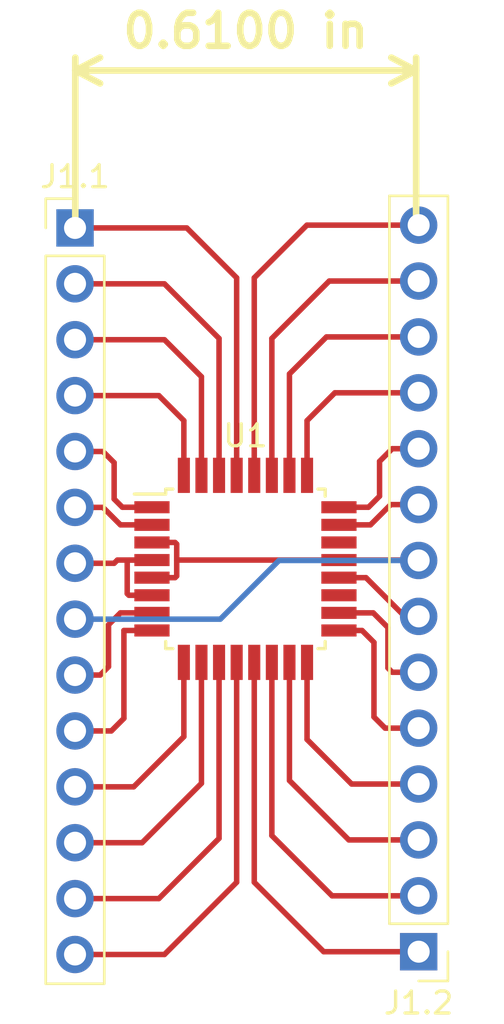
<source format=kicad_pcb>
(kicad_pcb (version 20171130) (host pcbnew "(5.0.0)")

  (general
    (thickness 1.6)
    (drawings 1)
    (tracks 107)
    (zones 0)
    (modules 3)
    (nets 30)
  )

  (page A4)
  (layers
    (0 F.Cu signal)
    (31 B.Cu signal)
    (32 B.Adhes user)
    (33 F.Adhes user)
    (34 B.Paste user)
    (35 F.Paste user)
    (36 B.SilkS user)
    (37 F.SilkS user)
    (38 B.Mask user)
    (39 F.Mask user)
    (40 Dwgs.User user)
    (41 Cmts.User user)
    (42 Eco1.User user)
    (43 Eco2.User user)
    (44 Edge.Cuts user)
    (45 Margin user)
    (46 B.CrtYd user)
    (47 F.CrtYd user)
    (48 B.Fab user)
    (49 F.Fab user)
  )

  (setup
    (last_trace_width 0.25)
    (trace_clearance 0.2)
    (zone_clearance 0.508)
    (zone_45_only no)
    (trace_min 0.2)
    (segment_width 0.2)
    (edge_width 0.15)
    (via_size 0.8)
    (via_drill 0.4)
    (via_min_size 0.4)
    (via_min_drill 0.3)
    (uvia_size 0.3)
    (uvia_drill 0.1)
    (uvias_allowed no)
    (uvia_min_size 0.2)
    (uvia_min_drill 0.1)
    (pcb_text_width 0.3)
    (pcb_text_size 1.5 1.5)
    (mod_edge_width 0.15)
    (mod_text_size 1 1)
    (mod_text_width 0.15)
    (pad_size 1.524 1.524)
    (pad_drill 0.762)
    (pad_to_mask_clearance 0.2)
    (aux_axis_origin 0 0)
    (visible_elements 7FFFFFFF)
    (pcbplotparams
      (layerselection 0x010fc_ffffffff)
      (usegerberextensions false)
      (usegerberattributes false)
      (usegerberadvancedattributes false)
      (creategerberjobfile false)
      (excludeedgelayer true)
      (linewidth 0.100000)
      (plotframeref false)
      (viasonmask false)
      (mode 1)
      (useauxorigin false)
      (hpglpennumber 1)
      (hpglpenspeed 20)
      (hpglpendiameter 15.000000)
      (psnegative false)
      (psa4output false)
      (plotreference true)
      (plotvalue true)
      (plotinvisibletext false)
      (padsonsilk false)
      (subtractmaskfromsilk false)
      (outputformat 1)
      (mirror false)
      (drillshape 1)
      (scaleselection 1)
      (outputdirectory ""))
  )

  (net 0 "")
  (net 1 "Net-(U1-Pad19)")
  (net 2 /AREF)
  (net 3 "Net-(U1-Pad22)")
  (net 4 /VCC)
  (net 5 /AVCC)
  (net 6 /PD3)
  (net 7 /PD4)
  (net 8 /PB6)
  (net 9 /PB7)
  (net 10 /PD5)
  (net 11 /PD6)
  (net 12 /PD7)
  (net 13 /PB0)
  (net 14 /PB1)
  (net 15 /PB2)
  (net 16 /PB3)
  (net 17 /PB4)
  (net 18 /PB5)
  (net 19 /PC0)
  (net 20 /PC1)
  (net 21 /PC2)
  (net 22 /PC3)
  (net 23 /PC4)
  (net 24 /PC5)
  (net 25 /PC6)
  (net 26 /PD0)
  (net 27 /PD1)
  (net 28 /PD2)
  (net 29 /GND)

  (net_class Default "This is the default net class."
    (clearance 0.2)
    (trace_width 0.25)
    (via_dia 0.8)
    (via_drill 0.4)
    (uvia_dia 0.3)
    (uvia_drill 0.1)
    (add_net /AREF)
    (add_net /AVCC)
    (add_net /GND)
    (add_net /PB0)
    (add_net /PB1)
    (add_net /PB2)
    (add_net /PB3)
    (add_net /PB4)
    (add_net /PB5)
    (add_net /PB6)
    (add_net /PB7)
    (add_net /PC0)
    (add_net /PC1)
    (add_net /PC2)
    (add_net /PC3)
    (add_net /PC4)
    (add_net /PC5)
    (add_net /PC6)
    (add_net /PD0)
    (add_net /PD1)
    (add_net /PD2)
    (add_net /PD3)
    (add_net /PD4)
    (add_net /PD5)
    (add_net /PD6)
    (add_net /PD7)
    (add_net /VCC)
    (add_net "Net-(U1-Pad19)")
    (add_net "Net-(U1-Pad22)")
  )

  (module Connector_PinHeader_2.54mm:PinHeader_1x14_P2.54mm_Vertical (layer F.Cu) (tedit 59FED5CC) (tstamp 5BD299E8)
    (at 152.527 124.46 180)
    (descr "Through hole straight pin header, 1x14, 2.54mm pitch, single row")
    (tags "Through hole pin header THT 1x14 2.54mm single row")
    (path /5BD4112F)
    (fp_text reference J1.2 (at 0 -2.33 180) (layer F.SilkS)
      (effects (font (size 1 1) (thickness 0.15)))
    )
    (fp_text value DIP_RIGHT (at 0 35.35 180) (layer F.Fab)
      (effects (font (size 1 1) (thickness 0.15)))
    )
    (fp_text user %R (at 0 16.51 270) (layer F.Fab)
      (effects (font (size 1 1) (thickness 0.15)))
    )
    (fp_line (start 1.8 -1.8) (end -1.8 -1.8) (layer F.CrtYd) (width 0.05))
    (fp_line (start 1.8 34.8) (end 1.8 -1.8) (layer F.CrtYd) (width 0.05))
    (fp_line (start -1.8 34.8) (end 1.8 34.8) (layer F.CrtYd) (width 0.05))
    (fp_line (start -1.8 -1.8) (end -1.8 34.8) (layer F.CrtYd) (width 0.05))
    (fp_line (start -1.33 -1.33) (end 0 -1.33) (layer F.SilkS) (width 0.12))
    (fp_line (start -1.33 0) (end -1.33 -1.33) (layer F.SilkS) (width 0.12))
    (fp_line (start -1.33 1.27) (end 1.33 1.27) (layer F.SilkS) (width 0.12))
    (fp_line (start 1.33 1.27) (end 1.33 34.35) (layer F.SilkS) (width 0.12))
    (fp_line (start -1.33 1.27) (end -1.33 34.35) (layer F.SilkS) (width 0.12))
    (fp_line (start -1.33 34.35) (end 1.33 34.35) (layer F.SilkS) (width 0.12))
    (fp_line (start -1.27 -0.635) (end -0.635 -1.27) (layer F.Fab) (width 0.1))
    (fp_line (start -1.27 34.29) (end -1.27 -0.635) (layer F.Fab) (width 0.1))
    (fp_line (start 1.27 34.29) (end -1.27 34.29) (layer F.Fab) (width 0.1))
    (fp_line (start 1.27 -1.27) (end 1.27 34.29) (layer F.Fab) (width 0.1))
    (fp_line (start -0.635 -1.27) (end 1.27 -1.27) (layer F.Fab) (width 0.1))
    (pad 14 thru_hole oval (at 0 33.02 180) (size 1.7 1.7) (drill 1) (layers *.Cu *.Mask)
      (net 24 /PC5))
    (pad 13 thru_hole oval (at 0 30.48 180) (size 1.7 1.7) (drill 1) (layers *.Cu *.Mask)
      (net 23 /PC4))
    (pad 12 thru_hole oval (at 0 27.94 180) (size 1.7 1.7) (drill 1) (layers *.Cu *.Mask)
      (net 22 /PC3))
    (pad 11 thru_hole oval (at 0 25.4 180) (size 1.7 1.7) (drill 1) (layers *.Cu *.Mask)
      (net 21 /PC2))
    (pad 10 thru_hole oval (at 0 22.86 180) (size 1.7 1.7) (drill 1) (layers *.Cu *.Mask)
      (net 20 /PC1))
    (pad 9 thru_hole oval (at 0 20.32 180) (size 1.7 1.7) (drill 1) (layers *.Cu *.Mask)
      (net 19 /PC0))
    (pad 8 thru_hole oval (at 0 17.78 180) (size 1.7 1.7) (drill 1) (layers *.Cu *.Mask)
      (net 29 /GND))
    (pad 7 thru_hole oval (at 0 15.24 180) (size 1.7 1.7) (drill 1) (layers *.Cu *.Mask)
      (net 2 /AREF))
    (pad 6 thru_hole oval (at 0 12.7 180) (size 1.7 1.7) (drill 1) (layers *.Cu *.Mask)
      (net 5 /AVCC))
    (pad 5 thru_hole oval (at 0 10.16 180) (size 1.7 1.7) (drill 1) (layers *.Cu *.Mask)
      (net 18 /PB5))
    (pad 4 thru_hole oval (at 0 7.62 180) (size 1.7 1.7) (drill 1) (layers *.Cu *.Mask)
      (net 17 /PB4))
    (pad 3 thru_hole oval (at 0 5.08 180) (size 1.7 1.7) (drill 1) (layers *.Cu *.Mask)
      (net 16 /PB3))
    (pad 2 thru_hole oval (at 0 2.54 180) (size 1.7 1.7) (drill 1) (layers *.Cu *.Mask)
      (net 15 /PB2))
    (pad 1 thru_hole rect (at 0 0 180) (size 1.7 1.7) (drill 1) (layers *.Cu *.Mask)
      (net 14 /PB1))
    (model ${KISYS3DMOD}/Connector_PinHeader_2.54mm.3dshapes/PinHeader_1x14_P2.54mm_Vertical.wrl
      (at (xyz 0 0 0))
      (scale (xyz 1 1 1))
      (rotate (xyz 0 0 0))
    )
  )

  (module Connector_PinHeader_2.54mm:PinHeader_1x14_P2.54mm_Vertical (layer F.Cu) (tedit 59FED5CC) (tstamp 5BD291A4)
    (at 136.906 91.567)
    (descr "Through hole straight pin header, 1x14, 2.54mm pitch, single row")
    (tags "Through hole pin header THT 1x14 2.54mm single row")
    (path /5BD41034)
    (fp_text reference J1.1 (at 0 -2.33) (layer F.SilkS)
      (effects (font (size 1 1) (thickness 0.15)))
    )
    (fp_text value DIP_LEFT (at 0 35.35) (layer F.Fab)
      (effects (font (size 1 1) (thickness 0.15)))
    )
    (fp_line (start -0.635 -1.27) (end 1.27 -1.27) (layer F.Fab) (width 0.1))
    (fp_line (start 1.27 -1.27) (end 1.27 34.29) (layer F.Fab) (width 0.1))
    (fp_line (start 1.27 34.29) (end -1.27 34.29) (layer F.Fab) (width 0.1))
    (fp_line (start -1.27 34.29) (end -1.27 -0.635) (layer F.Fab) (width 0.1))
    (fp_line (start -1.27 -0.635) (end -0.635 -1.27) (layer F.Fab) (width 0.1))
    (fp_line (start -1.33 34.35) (end 1.33 34.35) (layer F.SilkS) (width 0.12))
    (fp_line (start -1.33 1.27) (end -1.33 34.35) (layer F.SilkS) (width 0.12))
    (fp_line (start 1.33 1.27) (end 1.33 34.35) (layer F.SilkS) (width 0.12))
    (fp_line (start -1.33 1.27) (end 1.33 1.27) (layer F.SilkS) (width 0.12))
    (fp_line (start -1.33 0) (end -1.33 -1.33) (layer F.SilkS) (width 0.12))
    (fp_line (start -1.33 -1.33) (end 0 -1.33) (layer F.SilkS) (width 0.12))
    (fp_line (start -1.8 -1.8) (end -1.8 34.8) (layer F.CrtYd) (width 0.05))
    (fp_line (start -1.8 34.8) (end 1.8 34.8) (layer F.CrtYd) (width 0.05))
    (fp_line (start 1.8 34.8) (end 1.8 -1.8) (layer F.CrtYd) (width 0.05))
    (fp_line (start 1.8 -1.8) (end -1.8 -1.8) (layer F.CrtYd) (width 0.05))
    (fp_text user %R (at 0 16.51 90) (layer F.Fab)
      (effects (font (size 1 1) (thickness 0.15)))
    )
    (pad 1 thru_hole rect (at 0 0) (size 1.7 1.7) (drill 1) (layers *.Cu *.Mask)
      (net 25 /PC6))
    (pad 2 thru_hole oval (at 0 2.54) (size 1.7 1.7) (drill 1) (layers *.Cu *.Mask)
      (net 26 /PD0))
    (pad 3 thru_hole oval (at 0 5.08) (size 1.7 1.7) (drill 1) (layers *.Cu *.Mask)
      (net 27 /PD1))
    (pad 4 thru_hole oval (at 0 7.62) (size 1.7 1.7) (drill 1) (layers *.Cu *.Mask)
      (net 28 /PD2))
    (pad 5 thru_hole oval (at 0 10.16) (size 1.7 1.7) (drill 1) (layers *.Cu *.Mask)
      (net 6 /PD3))
    (pad 6 thru_hole oval (at 0 12.7) (size 1.7 1.7) (drill 1) (layers *.Cu *.Mask)
      (net 7 /PD4))
    (pad 7 thru_hole oval (at 0 15.24) (size 1.7 1.7) (drill 1) (layers *.Cu *.Mask)
      (net 4 /VCC))
    (pad 8 thru_hole oval (at 0 17.78) (size 1.7 1.7) (drill 1) (layers *.Cu *.Mask)
      (net 29 /GND))
    (pad 9 thru_hole oval (at 0 20.32) (size 1.7 1.7) (drill 1) (layers *.Cu *.Mask)
      (net 8 /PB6))
    (pad 10 thru_hole oval (at 0 22.86) (size 1.7 1.7) (drill 1) (layers *.Cu *.Mask)
      (net 9 /PB7))
    (pad 11 thru_hole oval (at 0 25.4) (size 1.7 1.7) (drill 1) (layers *.Cu *.Mask)
      (net 10 /PD5))
    (pad 12 thru_hole oval (at 0 27.94) (size 1.7 1.7) (drill 1) (layers *.Cu *.Mask)
      (net 11 /PD6))
    (pad 13 thru_hole oval (at 0 30.48) (size 1.7 1.7) (drill 1) (layers *.Cu *.Mask)
      (net 12 /PD7))
    (pad 14 thru_hole oval (at 0 33.02) (size 1.7 1.7) (drill 1) (layers *.Cu *.Mask)
      (net 13 /PB0))
    (model ${KISYS3DMOD}/Connector_PinHeader_2.54mm.3dshapes/PinHeader_1x14_P2.54mm_Vertical.wrl
      (at (xyz 0 0 0))
      (scale (xyz 1 1 1))
      (rotate (xyz 0 0 0))
    )
  )

  (module Package_QFP:TQFP-32_7x7mm_P0.8mm (layer F.Cu) (tedit 5A02F146) (tstamp 5BD29BF2)
    (at 144.653 107.061)
    (descr "32-Lead Plastic Thin Quad Flatpack (PT) - 7x7x1.0 mm Body, 2.00 mm [TQFP] (see Microchip Packaging Specification 00000049BS.pdf)")
    (tags "QFP 0.8")
    (path /5BD195D1)
    (attr smd)
    (fp_text reference U1 (at 0 -6.05) (layer F.SilkS)
      (effects (font (size 1 1) (thickness 0.15)))
    )
    (fp_text value ATmega328P-AU (at 0 6.05) (layer F.Fab)
      (effects (font (size 1 1) (thickness 0.15)))
    )
    (fp_text user %R (at 0 0) (layer F.Fab)
      (effects (font (size 1 1) (thickness 0.15)))
    )
    (fp_line (start -2.5 -3.5) (end 3.5 -3.5) (layer F.Fab) (width 0.15))
    (fp_line (start 3.5 -3.5) (end 3.5 3.5) (layer F.Fab) (width 0.15))
    (fp_line (start 3.5 3.5) (end -3.5 3.5) (layer F.Fab) (width 0.15))
    (fp_line (start -3.5 3.5) (end -3.5 -2.5) (layer F.Fab) (width 0.15))
    (fp_line (start -3.5 -2.5) (end -2.5 -3.5) (layer F.Fab) (width 0.15))
    (fp_line (start -5.3 -5.3) (end -5.3 5.3) (layer F.CrtYd) (width 0.05))
    (fp_line (start 5.3 -5.3) (end 5.3 5.3) (layer F.CrtYd) (width 0.05))
    (fp_line (start -5.3 -5.3) (end 5.3 -5.3) (layer F.CrtYd) (width 0.05))
    (fp_line (start -5.3 5.3) (end 5.3 5.3) (layer F.CrtYd) (width 0.05))
    (fp_line (start -3.625 -3.625) (end -3.625 -3.4) (layer F.SilkS) (width 0.15))
    (fp_line (start 3.625 -3.625) (end 3.625 -3.3) (layer F.SilkS) (width 0.15))
    (fp_line (start 3.625 3.625) (end 3.625 3.3) (layer F.SilkS) (width 0.15))
    (fp_line (start -3.625 3.625) (end -3.625 3.3) (layer F.SilkS) (width 0.15))
    (fp_line (start -3.625 -3.625) (end -3.3 -3.625) (layer F.SilkS) (width 0.15))
    (fp_line (start -3.625 3.625) (end -3.3 3.625) (layer F.SilkS) (width 0.15))
    (fp_line (start 3.625 3.625) (end 3.3 3.625) (layer F.SilkS) (width 0.15))
    (fp_line (start 3.625 -3.625) (end 3.3 -3.625) (layer F.SilkS) (width 0.15))
    (fp_line (start -3.625 -3.4) (end -5.05 -3.4) (layer F.SilkS) (width 0.15))
    (pad 1 smd rect (at -4.25 -2.8) (size 1.6 0.55) (layers F.Cu F.Paste F.Mask)
      (net 6 /PD3))
    (pad 2 smd rect (at -4.25 -2) (size 1.6 0.55) (layers F.Cu F.Paste F.Mask)
      (net 7 /PD4))
    (pad 3 smd rect (at -4.25 -1.2) (size 1.6 0.55) (layers F.Cu F.Paste F.Mask)
      (net 29 /GND))
    (pad 4 smd rect (at -4.25 -0.4) (size 1.6 0.55) (layers F.Cu F.Paste F.Mask)
      (net 4 /VCC))
    (pad 5 smd rect (at -4.25 0.4) (size 1.6 0.55) (layers F.Cu F.Paste F.Mask)
      (net 29 /GND))
    (pad 6 smd rect (at -4.25 1.2) (size 1.6 0.55) (layers F.Cu F.Paste F.Mask)
      (net 4 /VCC))
    (pad 7 smd rect (at -4.25 2) (size 1.6 0.55) (layers F.Cu F.Paste F.Mask)
      (net 8 /PB6))
    (pad 8 smd rect (at -4.25 2.8) (size 1.6 0.55) (layers F.Cu F.Paste F.Mask)
      (net 9 /PB7))
    (pad 9 smd rect (at -2.8 4.25 90) (size 1.6 0.55) (layers F.Cu F.Paste F.Mask)
      (net 10 /PD5))
    (pad 10 smd rect (at -2 4.25 90) (size 1.6 0.55) (layers F.Cu F.Paste F.Mask)
      (net 11 /PD6))
    (pad 11 smd rect (at -1.2 4.25 90) (size 1.6 0.55) (layers F.Cu F.Paste F.Mask)
      (net 12 /PD7))
    (pad 12 smd rect (at -0.4 4.25 90) (size 1.6 0.55) (layers F.Cu F.Paste F.Mask)
      (net 13 /PB0))
    (pad 13 smd rect (at 0.4 4.25 90) (size 1.6 0.55) (layers F.Cu F.Paste F.Mask)
      (net 14 /PB1))
    (pad 14 smd rect (at 1.2 4.25 90) (size 1.6 0.55) (layers F.Cu F.Paste F.Mask)
      (net 15 /PB2))
    (pad 15 smd rect (at 2 4.25 90) (size 1.6 0.55) (layers F.Cu F.Paste F.Mask)
      (net 16 /PB3))
    (pad 16 smd rect (at 2.8 4.25 90) (size 1.6 0.55) (layers F.Cu F.Paste F.Mask)
      (net 17 /PB4))
    (pad 17 smd rect (at 4.25 2.8) (size 1.6 0.55) (layers F.Cu F.Paste F.Mask)
      (net 18 /PB5))
    (pad 18 smd rect (at 4.25 2) (size 1.6 0.55) (layers F.Cu F.Paste F.Mask)
      (net 5 /AVCC))
    (pad 19 smd rect (at 4.25 1.2) (size 1.6 0.55) (layers F.Cu F.Paste F.Mask)
      (net 1 "Net-(U1-Pad19)"))
    (pad 20 smd rect (at 4.25 0.4) (size 1.6 0.55) (layers F.Cu F.Paste F.Mask)
      (net 2 /AREF))
    (pad 21 smd rect (at 4.25 -0.4) (size 1.6 0.55) (layers F.Cu F.Paste F.Mask)
      (net 29 /GND))
    (pad 22 smd rect (at 4.25 -1.2) (size 1.6 0.55) (layers F.Cu F.Paste F.Mask)
      (net 3 "Net-(U1-Pad22)"))
    (pad 23 smd rect (at 4.25 -2) (size 1.6 0.55) (layers F.Cu F.Paste F.Mask)
      (net 19 /PC0))
    (pad 24 smd rect (at 4.25 -2.8) (size 1.6 0.55) (layers F.Cu F.Paste F.Mask)
      (net 20 /PC1))
    (pad 25 smd rect (at 2.8 -4.25 90) (size 1.6 0.55) (layers F.Cu F.Paste F.Mask)
      (net 21 /PC2))
    (pad 26 smd rect (at 2 -4.25 90) (size 1.6 0.55) (layers F.Cu F.Paste F.Mask)
      (net 22 /PC3))
    (pad 27 smd rect (at 1.2 -4.25 90) (size 1.6 0.55) (layers F.Cu F.Paste F.Mask)
      (net 23 /PC4))
    (pad 28 smd rect (at 0.4 -4.25 90) (size 1.6 0.55) (layers F.Cu F.Paste F.Mask)
      (net 24 /PC5))
    (pad 29 smd rect (at -0.4 -4.25 90) (size 1.6 0.55) (layers F.Cu F.Paste F.Mask)
      (net 25 /PC6))
    (pad 30 smd rect (at -1.2 -4.25 90) (size 1.6 0.55) (layers F.Cu F.Paste F.Mask)
      (net 26 /PD0))
    (pad 31 smd rect (at -2 -4.25 90) (size 1.6 0.55) (layers F.Cu F.Paste F.Mask)
      (net 27 /PD1))
    (pad 32 smd rect (at -2.8 -4.25 90) (size 1.6 0.55) (layers F.Cu F.Paste F.Mask)
      (net 28 /PD2))
    (model ${KISYS3DMOD}/Package_QFP.3dshapes/TQFP-32_7x7mm_P0.8mm.wrl
      (at (xyz 0 0 0))
      (scale (xyz 1 1 1))
      (rotate (xyz 0 0 0))
    )
  )

  (dimension 15.494 (width 0.3) (layer F.SilkS)
    (gr_text "15,494 mm" (at 144.664702 82.312148) (layer F.SilkS)
      (effects (font (size 1.5 1.5) (thickness 0.3)))
    )
    (feature1 (pts (xy 152.411702 91.143148) (xy 152.411702 83.825727)))
    (feature2 (pts (xy 136.917702 91.143148) (xy 136.917702 83.825727)))
    (crossbar (pts (xy 136.917702 84.412148) (xy 152.411702 84.412148)))
    (arrow1a (pts (xy 152.411702 84.412148) (xy 151.285198 84.998569)))
    (arrow1b (pts (xy 152.411702 84.412148) (xy 151.285198 83.825727)))
    (arrow2a (pts (xy 136.917702 84.412148) (xy 138.044206 84.998569)))
    (arrow2b (pts (xy 136.917702 84.412148) (xy 138.044206 83.825727)))
  )

  (segment (start 151.892 109.22) (end 152.527 109.22) (width 0.25) (layer F.Cu) (net 2))
  (segment (start 148.903 107.461) (end 150.133 107.461) (width 0.25) (layer F.Cu) (net 2))
  (segment (start 150.133 107.461) (end 151.892 109.22) (width 0.25) (layer F.Cu) (net 2))
  (segment (start 139.353 106.661) (end 140.403 106.661) (width 0.25) (layer F.Cu) (net 4))
  (segment (start 138.684 106.807) (end 136.906 106.807) (width 0.25) (layer F.Cu) (net 4))
  (segment (start 138.83 106.661) (end 138.684 106.807) (width 0.25) (layer F.Cu) (net 4))
  (segment (start 140.403 106.661) (end 138.83 106.661) (width 0.25) (layer F.Cu) (net 4))
  (segment (start 139.277999 106.736001) (end 139.353 106.661) (width 0.25) (layer F.Cu) (net 4))
  (segment (start 140.403 108.261) (end 139.353 108.261) (width 0.25) (layer F.Cu) (net 4))
  (segment (start 139.353 108.261) (end 139.277999 108.185999) (width 0.25) (layer F.Cu) (net 4))
  (segment (start 139.277999 108.185999) (end 139.277999 106.736001) (width 0.25) (layer F.Cu) (net 4))
  (segment (start 151.324919 111.76) (end 152.527 111.76) (width 0.25) (layer F.Cu) (net 5))
  (segment (start 151.13 111.565081) (end 151.324919 111.76) (width 0.25) (layer F.Cu) (net 5))
  (segment (start 151.13 109.728) (end 151.13 111.565081) (width 0.25) (layer F.Cu) (net 5))
  (segment (start 150.463 109.061) (end 151.13 109.728) (width 0.25) (layer F.Cu) (net 5))
  (segment (start 148.903 109.061) (end 150.463 109.061) (width 0.25) (layer F.Cu) (net 5))
  (segment (start 140.403 104.261) (end 139.059 104.261) (width 0.25) (layer F.Cu) (net 6))
  (segment (start 139.059 104.261) (end 138.684 103.886) (width 0.25) (layer F.Cu) (net 6))
  (segment (start 138.684 103.886) (end 138.684 102.235) (width 0.25) (layer F.Cu) (net 6))
  (segment (start 138.176 101.727) (end 136.906 101.727) (width 0.25) (layer F.Cu) (net 6))
  (segment (start 138.684 102.235) (end 138.176 101.727) (width 0.25) (layer F.Cu) (net 6))
  (segment (start 140.403 105.061) (end 138.97 105.061) (width 0.25) (layer F.Cu) (net 7))
  (segment (start 138.176 104.267) (end 136.906 104.267) (width 0.25) (layer F.Cu) (net 7))
  (segment (start 138.97 105.061) (end 138.176 104.267) (width 0.25) (layer F.Cu) (net 7))
  (segment (start 138.049 111.887) (end 136.906 111.887) (width 0.25) (layer F.Cu) (net 8))
  (segment (start 138.43 111.506) (end 138.049 111.887) (width 0.25) (layer F.Cu) (net 8))
  (segment (start 138.43 109.601) (end 138.43 111.506) (width 0.25) (layer F.Cu) (net 8))
  (segment (start 140.403 109.061) (end 138.97 109.061) (width 0.25) (layer F.Cu) (net 8))
  (segment (start 138.97 109.061) (end 138.43 109.601) (width 0.25) (layer F.Cu) (net 8))
  (segment (start 140.403 109.861) (end 139.12801 109.861) (width 0.25) (layer F.Cu) (net 9))
  (segment (start 139.12801 109.861) (end 139.12801 113.85599) (width 0.25) (layer F.Cu) (net 9))
  (segment (start 138.557 114.427) (end 136.906 114.427) (width 0.25) (layer F.Cu) (net 9))
  (segment (start 139.12801 113.85599) (end 138.557 114.427) (width 0.25) (layer F.Cu) (net 9))
  (segment (start 141.853 111.311) (end 141.853 114.687) (width 0.25) (layer F.Cu) (net 10))
  (segment (start 139.573 116.967) (end 136.906 116.967) (width 0.25) (layer F.Cu) (net 10))
  (segment (start 141.853 114.687) (end 139.573 116.967) (width 0.25) (layer F.Cu) (net 10))
  (segment (start 142.653 111.311) (end 142.653 116.808) (width 0.25) (layer F.Cu) (net 11))
  (segment (start 139.954 119.507) (end 136.906 119.507) (width 0.25) (layer F.Cu) (net 11))
  (segment (start 142.653 116.808) (end 139.954 119.507) (width 0.25) (layer F.Cu) (net 11))
  (segment (start 143.453 111.311) (end 143.453 119.31) (width 0.25) (layer F.Cu) (net 12))
  (segment (start 140.716 122.047) (end 136.906 122.047) (width 0.25) (layer F.Cu) (net 12))
  (segment (start 143.453 119.31) (end 140.716 122.047) (width 0.25) (layer F.Cu) (net 12))
  (segment (start 144.253 111.311) (end 144.253 121.304) (width 0.25) (layer F.Cu) (net 13))
  (segment (start 140.97 124.587) (end 136.906 124.587) (width 0.25) (layer F.Cu) (net 13))
  (segment (start 144.253 121.304) (end 140.97 124.587) (width 0.25) (layer F.Cu) (net 13))
  (segment (start 145.053 111.311) (end 145.053 121.304) (width 0.25) (layer F.Cu) (net 14))
  (segment (start 148.209 124.46) (end 152.527 124.46) (width 0.25) (layer F.Cu) (net 14))
  (segment (start 145.053 121.304) (end 148.209 124.46) (width 0.25) (layer F.Cu) (net 14))
  (segment (start 145.853 111.311) (end 145.853 119.183) (width 0.25) (layer F.Cu) (net 15))
  (segment (start 148.59 121.92) (end 152.527 121.92) (width 0.25) (layer F.Cu) (net 15))
  (segment (start 145.853 119.183) (end 148.59 121.92) (width 0.25) (layer F.Cu) (net 15))
  (segment (start 146.653 111.311) (end 146.653 116.681) (width 0.25) (layer F.Cu) (net 16))
  (segment (start 149.352 119.38) (end 152.527 119.38) (width 0.25) (layer F.Cu) (net 16))
  (segment (start 146.653 116.681) (end 149.352 119.38) (width 0.25) (layer F.Cu) (net 16))
  (segment (start 147.453 111.311) (end 147.453 114.814) (width 0.25) (layer F.Cu) (net 17))
  (segment (start 149.479 116.84) (end 152.527 116.84) (width 0.25) (layer F.Cu) (net 17))
  (segment (start 147.453 114.814) (end 149.479 116.84) (width 0.25) (layer F.Cu) (net 17))
  (segment (start 149.953 109.861) (end 150.495 110.403) (width 0.25) (layer F.Cu) (net 18))
  (segment (start 148.903 109.861) (end 149.953 109.861) (width 0.25) (layer F.Cu) (net 18))
  (segment (start 150.495 110.403) (end 150.495 113.792) (width 0.25) (layer F.Cu) (net 18))
  (segment (start 151.003 114.3) (end 152.527 114.3) (width 0.25) (layer F.Cu) (net 18))
  (segment (start 150.495 113.792) (end 151.003 114.3) (width 0.25) (layer F.Cu) (net 18))
  (segment (start 151.257 104.14) (end 152.527 104.14) (width 0.25) (layer F.Cu) (net 19))
  (segment (start 148.903 105.061) (end 150.336 105.061) (width 0.25) (layer F.Cu) (net 19))
  (segment (start 150.336 105.061) (end 151.257 104.14) (width 0.25) (layer F.Cu) (net 19))
  (segment (start 151.324919 101.6) (end 152.527 101.6) (width 0.25) (layer F.Cu) (net 20))
  (segment (start 150.749 102.175919) (end 151.324919 101.6) (width 0.25) (layer F.Cu) (net 20))
  (segment (start 150.749 103.75759) (end 150.749 102.175919) (width 0.25) (layer F.Cu) (net 20))
  (segment (start 150.24559 104.261) (end 150.749 103.75759) (width 0.25) (layer F.Cu) (net 20))
  (segment (start 148.903 104.261) (end 150.24559 104.261) (width 0.25) (layer F.Cu) (net 20))
  (segment (start 147.453 102.811) (end 147.453 100.324) (width 0.25) (layer F.Cu) (net 21))
  (segment (start 148.717 99.06) (end 152.527 99.06) (width 0.25) (layer F.Cu) (net 21))
  (segment (start 147.453 100.324) (end 148.717 99.06) (width 0.25) (layer F.Cu) (net 21))
  (segment (start 146.653 102.811) (end 146.653 98.203) (width 0.25) (layer F.Cu) (net 22))
  (segment (start 148.336 96.52) (end 152.527 96.52) (width 0.25) (layer F.Cu) (net 22))
  (segment (start 146.653 98.203) (end 148.336 96.52) (width 0.25) (layer F.Cu) (net 22))
  (segment (start 145.853 102.811) (end 145.853 96.59) (width 0.25) (layer F.Cu) (net 23))
  (segment (start 148.463 93.98) (end 152.527 93.98) (width 0.25) (layer F.Cu) (net 23))
  (segment (start 145.853 96.59) (end 148.463 93.98) (width 0.25) (layer F.Cu) (net 23))
  (segment (start 145.053 102.811) (end 145.053 93.834) (width 0.25) (layer F.Cu) (net 24))
  (segment (start 147.447 91.44) (end 152.527 91.44) (width 0.25) (layer F.Cu) (net 24))
  (segment (start 145.053 93.834) (end 147.447 91.44) (width 0.25) (layer F.Cu) (net 24))
  (segment (start 144.253 102.811) (end 144.253 93.834) (width 0.25) (layer F.Cu) (net 25))
  (segment (start 141.986 91.567) (end 136.906 91.567) (width 0.25) (layer F.Cu) (net 25))
  (segment (start 144.253 93.834) (end 141.986 91.567) (width 0.25) (layer F.Cu) (net 25))
  (segment (start 143.453 102.811) (end 143.453 96.59) (width 0.25) (layer F.Cu) (net 26))
  (segment (start 140.97 94.107) (end 136.906 94.107) (width 0.25) (layer F.Cu) (net 26))
  (segment (start 143.453 96.59) (end 140.97 94.107) (width 0.25) (layer F.Cu) (net 26))
  (segment (start 142.653 102.811) (end 142.653 98.33) (width 0.25) (layer F.Cu) (net 27))
  (segment (start 140.97 96.647) (end 136.906 96.647) (width 0.25) (layer F.Cu) (net 27))
  (segment (start 142.653 98.33) (end 140.97 96.647) (width 0.25) (layer F.Cu) (net 27))
  (segment (start 140.716 99.187) (end 136.906 99.187) (width 0.25) (layer F.Cu) (net 28))
  (segment (start 141.853 102.811) (end 141.853 100.324) (width 0.25) (layer F.Cu) (net 28))
  (segment (start 141.853 100.324) (end 140.716 99.187) (width 0.25) (layer F.Cu) (net 28))
  (segment (start 152.508 106.661) (end 152.527 106.68) (width 0.25) (layer F.Cu) (net 29))
  (segment (start 148.903 106.661) (end 152.508 106.661) (width 0.25) (layer F.Cu) (net 29))
  (segment (start 141.547001 106.661) (end 141.528001 106.68) (width 0.25) (layer F.Cu) (net 29))
  (segment (start 141.528001 107.385999) (end 141.453 107.461) (width 0.25) (layer F.Cu) (net 29))
  (segment (start 141.453 107.461) (end 140.403 107.461) (width 0.25) (layer F.Cu) (net 29))
  (segment (start 141.528001 106.68) (end 141.528001 107.385999) (width 0.25) (layer F.Cu) (net 29))
  (segment (start 140.403 105.861) (end 141.453 105.861) (width 0.25) (layer F.Cu) (net 29))
  (segment (start 141.453 105.861) (end 141.528001 105.936001) (width 0.25) (layer F.Cu) (net 29))
  (segment (start 141.528001 105.936001) (end 141.528001 106.68) (width 0.25) (layer F.Cu) (net 29))
  (segment (start 148.903 106.661) (end 141.547001 106.661) (width 0.25) (layer F.Cu) (net 29))
  (segment (start 136.906 109.347) (end 143.51 109.347) (width 0.25) (layer B.Cu) (net 29))
  (segment (start 146.177 106.68) (end 152.527 106.68) (width 0.25) (layer B.Cu) (net 29))
  (segment (start 143.51 109.347) (end 146.177 106.68) (width 0.25) (layer B.Cu) (net 29))

)

</source>
